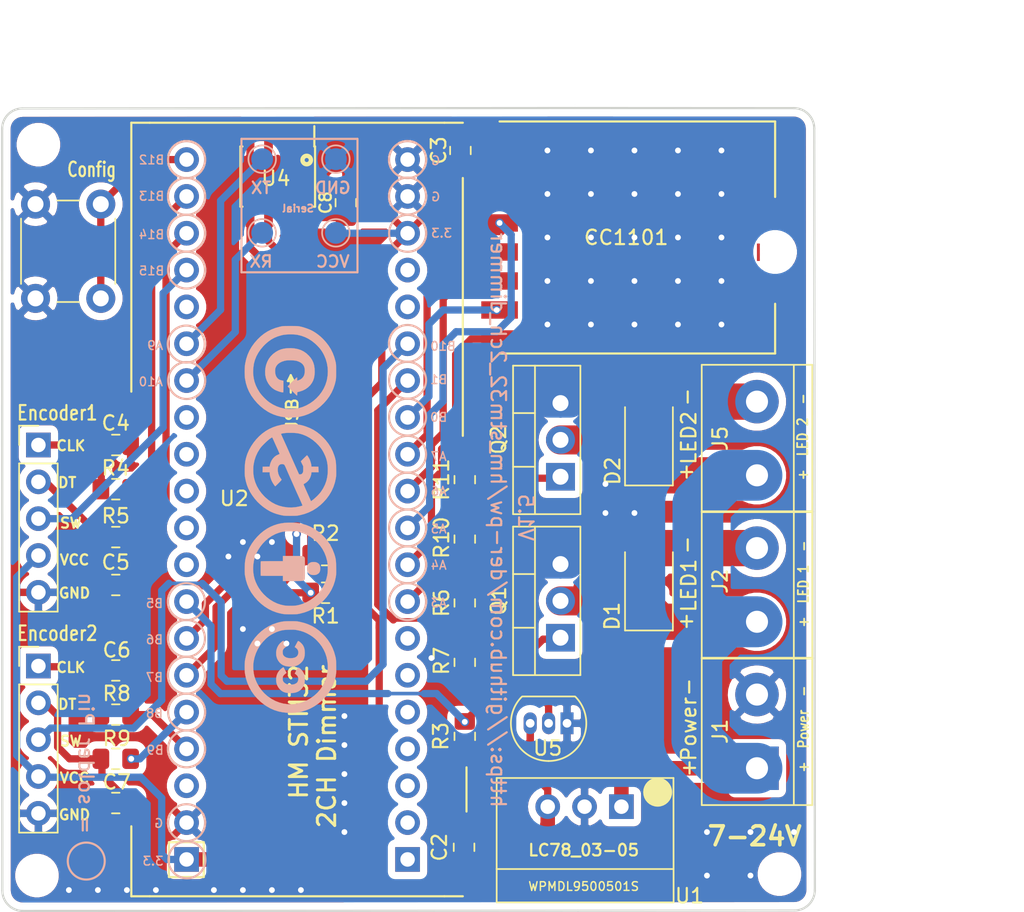
<source format=kicad_pcb>
(kicad_pcb (version 20171130) (host pcbnew "(5.1.4)-1")
  (layers (0 F.Cu signal) (31 B.Cu signal) (34 B.Paste user) (35 F.Paste user) (36 B.SilkS user) (37 F.SilkS user) (38 B.Mask user) (39 F.Mask user) (44 Edge.Cuts user))
  (net 0 "")
  (net 1 GND)
  (net 2 "Net-(C4-Pad1)")
  (net 3 VCC)
  (net 4 "Net-(D1-Pad2)")
  (net 5 /MOSI)
  (net 6 /SCLK)
  (net 7 /MISO)
  (net 8 /GDO0)
  (net 9 /CSN)
  (net 10 /CLK1)
  (net 11 /DT1)
  (net 12 /SW1)
  (net 13 /CLK2)
  (net 14 /DT2)
  (net 15 /SW2)
  (net 16 /SDA)
  (net 17 /SCL)
  (net 18 /1WIRE)
  (net 19 /PWM1)
  (net 20 /PWM2)
  (net 21 "Net-(SW1-Pad2)")
  (net 22 +24V)
  (net 23 "Net-(D2-Pad2)")
  (net 24 "Net-(Q1-Pad1)")
  (net 25 "Net-(Q2-Pad1)")
  (net 26 "Net-(U3-Pad9)")
  (net 27 "Net-(C5-Pad1)")
  (net 28 "Net-(C6-Pad1)")
  (net 29 "Net-(C7-Pad1)")
  (net 30 "Net-(U2-Pad3)")
  (net 31 "Net-(U2-Pad9)")
  (net 32 "Net-(U2-Pad10)")
  (net 33 "Net-(U2-Pad11)")
  (net 34 "Net-(U2-Pad12)")
  (net 35 "Net-(U2-Pad13)")
  (net 36 "Net-(U2-Pad16)")
  (net 37 "Net-(U2-Pad24)")
  (net 38 "Net-(U2-Pad25)")
  (net 39 "Net-(U2-Pad34)")
  (net 40 "Net-(U2-Pad35)")
  (net 41 "Net-(U2-Pad36)")
  (net 42 "Net-(U2-Pad37)")
  (net 43 "Net-(U2-Pad38)")
  (net 44 "Net-(U2-Pad39)")
  (net 45 "Net-(U2-Pad40)")
  (net 46 "Net-(U3-Pad6)")
  (net 47 /RX)
  (net 48 /TX)
  (module Homebrew:LC78_03-05 (layer F.Cu) (at 182.8 116.05 90)
    (fp_text reference U1 (at -6.35 10) (layer F.SilkS))
    (fp_text value LC78_03-05)
    (fp_text user LC78_03-05 (at -3.2 2.7) (layer F.SilkS) (effects (font (size 0.8 0.8))))
    (fp_text user WPMDL9500501S (at -5.7 2.7 180) (layer F.SilkS) (effects (font (size 0.6 0.6) (thickness 0.1))))
    (pad 3 thru_hole oval (at -0.2 0.22 270) (size 1.7 1.7) (drill 1) (layers *.Cu *.Mask) (net 3 VCC))
    (pad 2 thru_hole oval (at -0.2 2.76 270) (size 1.7 1.7) (drill 1) (layers *.Cu *.Mask) (net 1 GND))
    (pad 1 thru_hole rect (at -0.2 5.3 270) (size 1.7 1.7) (drill 1) (layers *.Cu *.Mask) (net 22 +24V))
  )
  (module Package_TO_SOT_THT:TO-220-3_Vertical (layer F.Cu) (at 183.9 93.5 90)
    (fp_text reference Q2 (at 2.54 -4.27 90) (layer F.SilkS))
    (fp_text value IRF3708)
    (pad 3 thru_hole oval (at 5.08 0 90) (size 1.905 2) (drill 1.1) (layers *.Cu *.Mask) (net 1 GND))
    (pad 2 thru_hole oval (at 2.54 0 90) (size 1.905 2) (drill 1.1) (layers *.Cu *.Mask) (net 23 "Net-(D2-Pad2)"))
    (pad 1 thru_hole rect (at 0 0 90) (size 1.905 2) (drill 1.1) (layers *.Cu *.Mask) (net 25 "Net-(Q2-Pad1)"))
  )
  (module Homebrew:STM32F103Generic (layer F.Cu) (at 165.735 104.648 180)
    (fp_text reference U2 (at 4.335 9.648) (layer F.SilkS))
    (fp_text value STM32F103Generic)
    (pad 1 thru_hole rect (at 7.62 -15.24 180) (size 1.7 1.7) (drill 1) (layers *.Cu *.Mask) (net 3 VCC))
    (pad 2 thru_hole circle (at 7.62 -12.7 180) (size 1.7 1.7) (drill 1) (layers *.Cu *.Mask) (net 1 GND))
    (pad 3 thru_hole circle (at 7.62 -10.16 180) (size 1.7 1.7) (drill 1) (layers *.Cu *.Mask) (net 30 "Net-(U2-Pad3)"))
    (pad 4 thru_hole circle (at 7.62 -7.62 180) (size 1.7 1.7) (drill 1) (layers *.Cu *.Mask) (net 13 /CLK2))
    (pad 5 thru_hole circle (at 7.62 -5.08 180) (size 1.7 1.7) (drill 1) (layers *.Cu *.Mask) (net 14 /DT2))
    (pad 6 thru_hole circle (at 7.62 -2.54 180) (size 1.7 1.7) (drill 1) (layers *.Cu *.Mask) (net 16 /SDA))
    (pad 7 thru_hole circle (at 7.62 0 180) (size 1.7 1.7) (drill 1) (layers *.Cu *.Mask) (net 17 /SCL))
    (pad 8 thru_hole circle (at 7.62 2.54 180) (size 1.7 1.7) (drill 1) (layers *.Cu *.Mask) (net 18 /1WIRE))
    (pad 9 thru_hole circle (at 7.62 5.08 180) (size 1.7 1.7) (drill 1) (layers *.Cu *.Mask) (net 31 "Net-(U2-Pad9)"))
    (pad 10 thru_hole circle (at 7.62 7.62 180) (size 1.7 1.7) (drill 1) (layers *.Cu *.Mask) (net 32 "Net-(U2-Pad10)"))
    (pad 11 thru_hole circle (at 7.62 10.16 180) (size 1.7 1.7) (drill 1) (layers *.Cu *.Mask) (net 33 "Net-(U2-Pad11)"))
    (pad 12 thru_hole circle (at 7.62 12.7 180) (size 1.7 1.7) (drill 1) (layers *.Cu *.Mask) (net 34 "Net-(U2-Pad12)"))
    (pad 13 thru_hole circle (at 7.62 15.24 180) (size 1.7 1.7) (drill 1) (layers *.Cu *.Mask) (net 35 "Net-(U2-Pad13)"))
    (pad 14 thru_hole circle (at 7.62 17.78 180) (size 1.7 1.7) (drill 1) (layers *.Cu *.Mask) (net 47 /RX))
    (pad 15 thru_hole circle (at 7.62 20.32 180) (size 1.7 1.7) (drill 1) (layers *.Cu *.Mask) (net 48 /TX))
    (pad 16 thru_hole circle (at 7.62 22.86 180) (size 1.7 1.7) (drill 1) (layers *.Cu *.Mask) (net 36 "Net-(U2-Pad16)"))
    (pad 17 thru_hole circle (at 7.62 25.4 180) (size 1.7 1.7) (drill 1) (layers *.Cu *.Mask) (net 12 /SW1))
    (pad 18 thru_hole circle (at 7.62 27.94 180) (size 1.7 1.7) (drill 1) (layers *.Cu *.Mask) (net 11 /DT1))
    (pad 19 thru_hole circle (at 7.62 30.48 180) (size 1.7 1.7) (drill 1) (layers *.Cu *.Mask) (net 10 /CLK1))
    (pad 20 thru_hole circle (at 7.62 33.02 180) (size 1.7 1.7) (drill 1) (layers *.Cu *.Mask) (net 21 "Net-(SW1-Pad2)"))
    (pad 21 thru_hole circle (at -7.62 33.02 180) (size 1.7 1.7) (drill 1) (layers *.Cu *.Mask) (net 1 GND))
    (pad 22 thru_hole circle (at -7.62 30.48 180) (size 1.7 1.7) (drill 1) (layers *.Cu *.Mask) (net 1 GND))
    (pad 23 thru_hole circle (at -7.62 27.94 180) (size 1.7 1.7) (drill 1) (layers *.Cu *.Mask) (net 3 VCC))
    (pad 24 thru_hole circle (at -7.62 25.4 180) (size 1.7 1.7) (drill 1) (layers *.Cu *.Mask) (net 37 "Net-(U2-Pad24)"))
    (pad 25 thru_hole circle (at -7.62 22.86 180) (size 1.7 1.7) (drill 1) (layers *.Cu *.Mask) (net 38 "Net-(U2-Pad25)"))
    (pad 26 thru_hole circle (at -7.62 20.32 180) (size 1.7 1.7) (drill 1) (layers *.Cu *.Mask) (net 15 /SW2))
    (pad 27 thru_hole circle (at -7.62 17.78 180) (size 1.7 1.7) (drill 1) (layers *.Cu *.Mask) (net 19 /PWM1))
    (pad 28 thru_hole circle (at -7.62 15.24 180) (size 1.7 1.7) (drill 1) (layers *.Cu *.Mask) (net 8 /GDO0))
    (pad 29 thru_hole circle (at -7.62 12.7 180) (size 1.7 1.7) (drill 1) (layers *.Cu *.Mask) (net 5 /MOSI))
    (pad 30 thru_hole circle (at -7.62 10.16 180) (size 1.7 1.7) (drill 1) (layers *.Cu *.Mask) (net 7 /MISO))
    (pad 31 thru_hole circle (at -7.62 7.62 180) (size 1.7 1.7) (drill 1) (layers *.Cu *.Mask) (net 6 /SCLK))
    (pad 32 thru_hole circle (at -7.62 5.08 180) (size 1.7 1.7) (drill 1) (layers *.Cu *.Mask) (net 9 /CSN))
    (pad 33 thru_hole circle (at -7.62 2.54 180) (size 1.7 1.7) (drill 1) (layers *.Cu *.Mask) (net 20 /PWM2))
    (pad 34 thru_hole circle (at -7.62 0 180) (size 1.7 1.7) (drill 1) (layers *.Cu *.Mask) (net 39 "Net-(U2-Pad34)"))
    (pad 35 thru_hole circle (at -7.62 -2.54 180) (size 1.7 1.7) (drill 1) (layers *.Cu *.Mask) (net 40 "Net-(U2-Pad35)"))
    (pad 36 thru_hole circle (at -7.62 -5.08 180) (size 1.7 1.7) (drill 1) (layers *.Cu *.Mask) (net 41 "Net-(U2-Pad36)"))
    (pad 37 thru_hole circle (at -7.62 -7.62 180) (size 1.7 1.7) (drill 1) (layers *.Cu *.Mask) (net 42 "Net-(U2-Pad37)"))
    (pad 38 thru_hole circle (at -7.62 -10.16 180) (size 1.7 1.7) (drill 1) (layers *.Cu *.Mask) (net 43 "Net-(U2-Pad38)"))
    (pad 39 thru_hole circle (at -7.62 -12.7 180) (size 1.7 1.7) (drill 1) (layers *.Cu *.Mask) (net 44 "Net-(U2-Pad39)"))
    (pad 40 thru_hole rect (at -7.62 -15.24 180) (size 1.7 1.7) (drill 1) (layers *.Cu *.Mask) (net 45 "Net-(U2-Pad40)"))
  )
  (module TestPoint:TestPoint_Pad_D1.5mm (layer B.Cu) (at 168.4102 76.6788)
    (fp_text reference TP1 hide)
    (fp_text value TestPoint)
    (pad 1 smd circle (at 0 0) (size 1.5 1.5) (layers B.Cu B.Mask) (net 3 VCC))
  )
  (module TestPoint:TestPoint_Pad_D1.5mm (layer B.Cu) (at 163.3302 71.5988)
    (fp_text reference TP3 hide)
    (fp_text value TestPoint)
    (pad 1 smd circle (at 0 0) (size 1.5 1.5) (layers B.Cu B.Mask) (net 48 /TX))
  )
  (module TestPoint:TestPoint_Pad_D1.5mm (layer B.Cu) (at 163.3302 76.6788)
    (fp_text reference TP2 hide)
    (fp_text value TestPoint)
    (pad 1 smd circle (at 0 0) (size 1.5 1.5) (layers B.Cu B.Mask) (net 47 /RX))
  )
  (module TestPoint:TestPoint_Pad_D1.5mm (layer B.Cu) (at 168.4102 71.5988)
    (fp_text reference TP4 hide)
    (fp_text value TestPoint)
    (pad 1 smd circle (at 0 0) (size 1.5 1.5) (layers B.Cu B.Mask) (net 1 GND))
  )
  (module Homebrew:CC1101_Module (layer F.Cu) (at 189.7 77 270)
    (fp_text reference U3 hide)
    (fp_text value CC1101 (at 0 1.27) (layer F.SilkS))
    (pad 1 smd rect (at -7 10 270) (size 1.2 2.524) (layers F.Cu F.Paste F.Mask) (net 3 VCC))
    (pad 2 smd rect (at -5 10 270) (size 1.2 2.524) (layers F.Cu F.Paste F.Mask) (net 1 GND))
    (pad 3 smd rect (at -3 10 270) (size 1.2 2.524) (layers F.Cu F.Paste F.Mask) (net 5 /MOSI))
    (pad 4 smd rect (at -1 10 270) (size 1.2 2.524) (layers F.Cu F.Paste F.Mask) (net 6 /SCLK))
    (pad 5 smd rect (at 1 10 270) (size 1.2 2.524) (layers F.Cu F.Paste F.Mask) (net 7 /MISO))
    (pad 6 smd rect (at 3 10 270) (size 1.2 2.524) (layers F.Cu F.Paste F.Mask) (net 46 "Net-(U3-Pad6)"))
    (pad 7 smd rect (at 5 10 270) (size 1.2 2.524) (layers F.Cu F.Paste F.Mask) (net 8 /GDO0))
    (pad 8 smd rect (at 7 10 270) (size 1.2 2.524) (layers F.Cu F.Paste F.Mask) (net 9 /CSN))
    (pad 10 smd rect (at -1.2 -9 270) (size 1.2 2.524) (layers F.Cu F.Paste F.Mask) (net 1 GND))
    (pad 11 smd rect (at 3.2 -9 270) (size 1.2 2.524) (layers F.Cu F.Paste F.Mask) (net 1 GND))
    (pad 9 smd rect (at 1.01854 -7.84606 270) (size 1.2 0.2) (layers F.Cu F.Paste F.Mask) (net 26 "Net-(U3-Pad9)"))
  )
  (module Homebrew:CC_BY_NC_SA_40_26mm (layer B.Cu) (at 165.286 96.44 90)
    (fp_text reference G*** hide)
    (fp_text value LOGO hide)
  )
  (module MountingHole:MountingHole_2.1mm (layer F.Cu) (at 198.7 78)
    (fp_text reference REF** hide)
    (fp_text value MountingHole_2mm)
    (pad "" np_thru_hole circle (at 0 0) (size 2 2) (drill 2) (layers *.Cu *.Mask))
  )
  (module MountingHole:MountingHole_2.5mm (layer F.Cu) (at 199 120.9)
    (fp_text reference REF** hide)
    (fp_text value MountingHole_2mm hide)
    (pad "" np_thru_hole circle (at 0 0) (size 2 2) (drill 2) (layers *.Cu *.Mask))
  )
  (module MountingHole:MountingHole_2.5mm (layer F.Cu) (at 147.9 70.6)
    (fp_text reference REF** hide)
    (fp_text value MountingHole_2mm hide)
    (pad "" np_thru_hole circle (at 0 0) (size 2 2) (drill 2) (layers *.Cu *.Mask))
  )
  (module MountingHole:MountingHole_2.5mm (layer F.Cu) (at 147.8 121)
    (fp_text reference REF** hide)
    (fp_text value MountingHole_2mm hide)
    (pad "" np_thru_hole circle (at 0 0) (size 2 2) (drill 2) (layers *.Cu *.Mask))
  )
  (module Terminal_Blocks:TerminalBlock_bornier-2_P5.08mm (layer F.Cu) (at 197.45 103.5 90)
    (fp_text reference J2 (at 2.794 -2.54 90) (layer F.SilkS))
    (fp_text value LED1 (at 2.5 -4.7 90) (layer F.SilkS))
    (pad 1 thru_hole circle (at 0 0 90) (size 3 3) (drill 1.52) (layers *.Cu *.Mask) (net 22 +24V))
    (pad 2 thru_hole circle (at 5.08 0 90) (size 3 3) (drill 1.52) (layers *.Cu *.Mask) (net 4 "Net-(D1-Pad2)"))
  )
  (module Terminal_Blocks:TerminalBlock_bornier-2_P5.08mm (layer F.Cu) (at 197.45 93.4 90)
    (fp_text reference J5 (at 2.54 -2.54 90) (layer F.SilkS))
    (fp_text value LED2 (at 2.58 -4.7 90) (layer F.SilkS))
    (pad 1 thru_hole circle (at 0 0 90) (size 3 3) (drill 1.52) (layers *.Cu *.Mask) (net 22 +24V))
    (pad 2 thru_hole circle (at 5.08 0 90) (size 3 3) (drill 1.52) (layers *.Cu *.Mask) (net 23 "Net-(D2-Pad2)"))
  )
  (module Capacitor_SMD:C_0805_2012Metric_Pad1.15x1.40mm_HandSolder (layer F.Cu) (at 169.1 74.6 90)
    (fp_text reference C8 (at 0 -1.4 90) (layer F.SilkS) (effects (font (size 0.8 0.8))))
    (fp_text value 100n)
    (pad 2 smd roundrect (at 1.025 0 90) (size 1.15 1.4) (layers F.Cu F.Paste F.Mask) (roundrect_rratio 0.217391) (net 1 GND))
    (pad 1 smd roundrect (at -1.025 0 90) (size 1.15 1.4) (layers F.Cu F.Paste F.Mask) (roundrect_rratio 0.217391) (net 3 VCC))
  )
  (module Package_TO_SOT_THT:TO-220-3_Vertical (layer F.Cu) (at 183.9 104.6 90)
    (fp_text reference Q1 (at 2.54 -4.27 90) (layer F.SilkS))
    (fp_text value IRF3708)
    (pad 3 thru_hole oval (at 5.08 0 90) (size 1.905 2) (drill 1.1) (layers *.Cu *.Mask) (net 1 GND))
    (pad 2 thru_hole oval (at 2.54 0 90) (size 1.905 2) (drill 1.1) (layers *.Cu *.Mask) (net 4 "Net-(D1-Pad2)"))
    (pad 1 thru_hole rect (at 0 0 90) (size 1.905 2) (drill 1.1) (layers *.Cu *.Mask) (net 24 "Net-(Q1-Pad1)"))
  )
  (module Capacitor_SMD:C_0805_2012Metric_Pad1.15x1.40mm_HandSolder (layer F.Cu) (at 177 71 270)
    (fp_text reference C3 (at 0 1.5 90) (layer F.SilkS))
    (fp_text value 100n)
    (pad 2 smd roundrect (at 1.025 0 270) (size 1.15 1.4) (layers F.Cu F.Paste F.Mask) (roundrect_rratio 0.217391) (net 1 GND))
    (pad 1 smd roundrect (at -1.025 0 270) (size 1.15 1.4) (layers F.Cu F.Paste F.Mask) (roundrect_rratio 0.217391) (net 3 VCC))
  )
  (module Button_Switch_THT:SW_PUSH_6mm_H4.3mm (layer F.Cu) (at 147.7 81.2 90)
    (fp_text reference SW1 hide)
    (fp_text value Config (at 8.89 3.87) (layer F.SilkS) (effects (font (size 1 0.7))))
    (pad 1 thru_hole circle (at 6.5 0 180) (size 2 2) (drill 1.1) (layers *.Cu *.Mask) (net 1 GND))
    (pad 2 thru_hole circle (at 6.5 4.5 180) (size 2 2) (drill 1.1) (layers *.Cu *.Mask) (net 21 "Net-(SW1-Pad2)"))
    (pad 1 thru_hole circle (at 0 0 180) (size 2 2) (drill 1.1) (layers *.Cu *.Mask) (net 1 GND))
    (pad 2 thru_hole circle (at 0 4.5 180) (size 2 2) (drill 1.1) (layers *.Cu *.Mask) (net 21 "Net-(SW1-Pad2)"))
  )
  (module Capacitor_SMD:C_0805_2012Metric_Pad1.15x1.40mm_HandSolder (layer F.Cu) (at 177.25 119.05 90)
    (fp_text reference C2 (at 0 -1.7 90) (layer F.SilkS))
    (fp_text value 22µ)
    (pad 1 smd roundrect (at -1.025 0 90) (size 1.15 1.4) (layers F.Cu F.Paste F.Mask) (roundrect_rratio 0.217391) (net 3 VCC))
    (pad 2 smd roundrect (at 1.025 0 90) (size 1.15 1.4) (layers F.Cu F.Paste F.Mask) (roundrect_rratio 0.217391) (net 1 GND))
  )
  (module Terminal_Blocks:TerminalBlock_bornier-2_P5.08mm (layer F.Cu) (at 197.45 113.6 90)
    (fp_text reference J1 (at 2.54 -2.54 90) (layer F.SilkS))
    (fp_text value Power (at 2.7 -4.7 90) (layer F.SilkS))
    (pad 1 thru_hole rect (at 0 0 90) (size 3 3) (drill 1.52) (layers *.Cu *.Mask) (net 22 +24V))
    (pad 2 thru_hole circle (at 5.08 0 90) (size 3 3) (drill 1.52) (layers *.Cu *.Mask) (net 1 GND))
  )
  (module Diodes_SMD:D_SMA (layer F.Cu) (at 190 90.7 90)
    (fp_text reference D2 (at -2.4 -2.5 90) (layer F.SilkS))
    (fp_text value SS14)
    (pad 1 smd rect (at -2 0 90) (size 2.5 1.8) (layers F.Cu F.Paste F.Mask) (net 22 +24V))
    (pad 2 smd rect (at 2 0 90) (size 2.5 1.8) (layers F.Cu F.Paste F.Mask) (net 23 "Net-(D2-Pad2)"))
  )
  (module Resistor_SMD:R_0805_2012Metric_Pad1.15x1.40mm_HandSolder (layer F.Cu) (at 167.7 101.5 180)
    (fp_text reference R1 (at 0 -1.6 180) (layer F.SilkS))
    (fp_text value 4k7)
    (pad 2 smd roundrect (at 1.025 0 180) (size 1.15 1.4) (layers F.Cu F.Paste F.Mask) (roundrect_rratio 0.217391) (net 16 /SDA))
    (pad 1 smd roundrect (at -1.025 0 180) (size 1.15 1.4) (layers F.Cu F.Paste F.Mask) (roundrect_rratio 0.217391) (net 3 VCC))
  )
  (module Resistor_SMD:R_0805_2012Metric_Pad1.15x1.40mm_HandSolder (layer F.Cu) (at 167.7 98.9 180)
    (fp_text reference R2 (at 0 1.5) (layer F.SilkS))
    (fp_text value 4k7)
    (pad 1 smd roundrect (at -1.025 0 180) (size 1.15 1.4) (layers F.Cu F.Paste F.Mask) (roundrect_rratio 0.217391) (net 3 VCC))
    (pad 2 smd roundrect (at 1.025 0 180) (size 1.15 1.4) (layers F.Cu F.Paste F.Mask) (roundrect_rratio 0.217391) (net 17 /SCL))
  )
  (module Resistor_SMD:R_0805_2012Metric_Pad1.15x1.40mm_HandSolder (layer F.Cu) (at 177.3 111.4 90)
    (fp_text reference R3 (at 0 -1.65 90) (layer F.SilkS))
    (fp_text value 4k7)
    (pad 1 smd roundrect (at -1.025 0 90) (size 1.15 1.4) (layers F.Cu F.Paste F.Mask) (roundrect_rratio 0.217391) (net 3 VCC))
    (pad 2 smd roundrect (at 1.025 0 90) (size 1.15 1.4) (layers F.Cu F.Paste F.Mask) (roundrect_rratio 0.217391) (net 18 /1WIRE))
  )
  (module Housings_SOIC:SOIC-8_3.9x4.9mm_Pitch1.27mm (layer F.Cu) (at 164.4 72.8 270)
    (fp_text reference U4 (at 0.127 0.127) (layer F.SilkS))
    (fp_text value AT24CS32)
    (pad 1 smd rect (at -2.7 -1.905 270) (size 1.55 0.6) (layers F.Cu F.Paste F.Mask) (net 1 GND))
    (pad 2 smd rect (at -2.7 -0.635 270) (size 1.55 0.6) (layers F.Cu F.Paste F.Mask) (net 1 GND))
    (pad 3 smd rect (at -2.7 0.635 270) (size 1.55 0.6) (layers F.Cu F.Paste F.Mask) (net 1 GND))
    (pad 4 smd rect (at -2.7 1.905 270) (size 1.55 0.6) (layers F.Cu F.Paste F.Mask) (net 1 GND))
    (pad 5 smd rect (at 2.7 1.905 270) (size 1.55 0.6) (layers F.Cu F.Paste F.Mask) (net 16 /SDA))
    (pad 6 smd rect (at 2.7 0.635 270) (size 1.55 0.6) (layers F.Cu F.Paste F.Mask) (net 17 /SCL))
    (pad 7 smd rect (at 2.7 -0.635 270) (size 1.55 0.6) (layers F.Cu F.Paste F.Mask) (net 1 GND))
    (pad 8 smd rect (at 2.7 -1.905 270) (size 1.55 0.6) (layers F.Cu F.Paste F.Mask) (net 3 VCC))
  )
  (module Diodes_SMD:D_SMA (layer F.Cu) (at 190 100.7 90)
    (fp_text reference D1 (at -2.413 -2.54 90) (layer F.SilkS))
    (fp_text value SS14)
    (pad 1 smd rect (at -2 0 90) (size 2.5 1.8) (layers F.Cu F.Paste F.Mask) (net 22 +24V))
    (pad 2 smd rect (at 2 0 90) (size 2.5 1.8) (layers F.Cu F.Paste F.Mask) (net 4 "Net-(D1-Pad2)"))
  )
  (module Pin_Headers:Pin_Header_Straight_1x05_Pitch2.54mm (layer F.Cu) (at 147.898 91.31)
    (fp_text reference J3 hide)
    (fp_text value Encoder1 (at 1.302 -2.21) (layer F.SilkS) (effects (font (size 1 0.8))))
    (pad 1 thru_hole rect (at 0 0) (size 1.7 1.7) (drill 1) (layers *.Cu *.Mask) (net 2 "Net-(C4-Pad1)"))
    (pad 2 thru_hole oval (at 0 2.54) (size 1.7 1.7) (drill 1) (layers *.Cu *.Mask) (net 27 "Net-(C5-Pad1)"))
    (pad 3 thru_hole oval (at 0 5.08) (size 1.7 1.7) (drill 1) (layers *.Cu *.Mask) (net 12 /SW1))
    (pad 4 thru_hole oval (at 0 7.62) (size 1.7 1.7) (drill 1) (layers *.Cu *.Mask) (net 3 VCC))
    (pad 5 thru_hole oval (at 0 10.16) (size 1.7 1.7) (drill 1) (layers *.Cu *.Mask) (net 1 GND))
  )
  (module Pin_Headers:Pin_Header_Straight_1x05_Pitch2.54mm (layer F.Cu) (at 147.898 106.55)
    (fp_text reference J4 hide)
    (fp_text value Encoder2 (at 1.302 -2.25 180) (layer F.SilkS) (effects (font (size 1 0.8))))
    (pad 1 thru_hole rect (at 0 0) (size 1.7 1.7) (drill 1) (layers *.Cu *.Mask) (net 28 "Net-(C6-Pad1)"))
    (pad 2 thru_hole oval (at 0 2.54) (size 1.7 1.7) (drill 1) (layers *.Cu *.Mask) (net 29 "Net-(C7-Pad1)"))
    (pad 3 thru_hole oval (at 0 5.08) (size 1.7 1.7) (drill 1) (layers *.Cu *.Mask) (net 15 /SW2))
    (pad 4 thru_hole oval (at 0 7.62) (size 1.7 1.7) (drill 1) (layers *.Cu *.Mask) (net 3 VCC))
    (pad 5 thru_hole oval (at 0 10.16) (size 1.7 1.7) (drill 1) (layers *.Cu *.Mask) (net 1 GND))
  )
  (module TO_SOT_Packages_THT:TO-92_Inline_Narrow_Oval (layer F.Cu) (at 184.35 110.5 180)
    (fp_text reference U5 (at 1.3335 -1.7145 180) (layer F.SilkS))
    (fp_text value DS18B20)
    (pad 2 thru_hole oval (at 1.27 0) (size 0.9 1.5) (drill 0.6) (layers *.Cu *.Mask) (net 18 /1WIRE))
    (pad 3 thru_hole oval (at 2.54 0) (size 0.9 1.5) (drill 0.6) (layers *.Cu *.Mask) (net 3 VCC))
    (pad 1 thru_hole rect (at 0 0) (size 0.9 1.5) (drill 0.6) (layers *.Cu *.Mask) (net 1 GND))
  )
  (module Capacitor_SMD:C_0805_2012Metric_Pad1.15x1.40mm_HandSolder (layer F.Cu) (at 153.232 91.31)
    (fp_text reference C4 (at -0.002 -1.51) (layer F.SilkS))
    (fp_text value 100n)
    (pad 1 smd roundrect (at -1.025 0) (size 1.15 1.4) (layers F.Cu F.Paste F.Mask) (roundrect_rratio 0.217391) (net 2 "Net-(C4-Pad1)"))
    (pad 2 smd roundrect (at 1.025 0) (size 1.15 1.4) (layers F.Cu F.Paste F.Mask) (roundrect_rratio 0.217391) (net 1 GND))
  )
  (module Capacitor_SMD:C_0805_2012Metric_Pad1.15x1.40mm_HandSolder (layer F.Cu) (at 153.232 106.854)
    (fp_text reference C6 (at 0.068 -1.404) (layer F.SilkS))
    (fp_text value 100n)
    (pad 1 smd roundrect (at -1.025 0) (size 1.15 1.4) (layers F.Cu F.Paste F.Mask) (roundrect_rratio 0.217391) (net 28 "Net-(C6-Pad1)"))
    (pad 2 smd roundrect (at 1.025 0) (size 1.15 1.4) (layers F.Cu F.Paste F.Mask) (roundrect_rratio 0.217391) (net 1 GND))
  )
  (module Capacitor_SMD:C_0805_2012Metric_Pad1.15x1.40mm_HandSolder (layer F.Cu) (at 153.232 100.962 180)
    (fp_text reference C5 (at 0.002 1.562) (layer F.SilkS))
    (fp_text value 100n)
    (pad 2 smd roundrect (at 1.025 0 180) (size 1.15 1.4) (layers F.Cu F.Paste F.Mask) (roundrect_rratio 0.217391) (net 1 GND))
    (pad 1 smd roundrect (at -1.025 0 180) (size 1.15 1.4) (layers F.Cu F.Paste F.Mask) (roundrect_rratio 0.217391) (net 27 "Net-(C5-Pad1)"))
  )
  (module Capacitor_SMD:C_0805_2012Metric_Pad1.15x1.40mm_HandSolder (layer F.Cu) (at 153.232 115.998 180)
    (fp_text reference C7 (at -0.068 1.448) (layer F.SilkS))
    (fp_text value 100n)
    (pad 2 smd roundrect (at 1.025 0 180) (size 1.15 1.4) (layers F.Cu F.Paste F.Mask) (roundrect_rratio 0.217391) (net 1 GND))
    (pad 1 smd roundrect (at -1.025 0 180) (size 1.15 1.4) (layers F.Cu F.Paste F.Mask) (roundrect_rratio 0.217391) (net 29 "Net-(C7-Pad1)"))
  )
  (module Resistor_SMD:R_0805_2012Metric_Pad1.15x1.40mm_HandSolder (layer F.Cu) (at 153.232 94.358 180)
    (fp_text reference R4 (at 0.002 1.458) (layer F.SilkS))
    (fp_text value 10k)
    (pad 1 smd roundrect (at -1.025 0 180) (size 1.15 1.4) (layers F.Cu F.Paste F.Mask) (roundrect_rratio 0.217391) (net 10 /CLK1))
    (pad 2 smd roundrect (at 1.025 0 180) (size 1.15 1.4) (layers F.Cu F.Paste F.Mask) (roundrect_rratio 0.217391) (net 2 "Net-(C4-Pad1)"))
  )
  (module Resistor_SMD:R_0805_2012Metric_Pad1.15x1.40mm_HandSolder (layer F.Cu) (at 153.232 97.66 180)
    (fp_text reference R5 (at 0.002 1.46) (layer F.SilkS))
    (fp_text value 10k)
    (pad 2 smd roundrect (at 1.025 0 180) (size 1.15 1.4) (layers F.Cu F.Paste F.Mask) (roundrect_rratio 0.217391) (net 27 "Net-(C5-Pad1)"))
    (pad 1 smd roundrect (at -1.025 0 180) (size 1.15 1.4) (layers F.Cu F.Paste F.Mask) (roundrect_rratio 0.217391) (net 11 /DT1))
  )
  (module Resistor_SMD:R_0805_2012Metric_Pad1.15x1.40mm_HandSolder (layer F.Cu) (at 153.232 109.902 180)
    (fp_text reference R8 (at -0.068 1.452) (layer F.SilkS))
    (fp_text value 10k)
    (pad 1 smd roundrect (at -1.025 0 180) (size 1.15 1.4) (layers F.Cu F.Paste F.Mask) (roundrect_rratio 0.217391) (net 13 /CLK2))
    (pad 2 smd roundrect (at 1.025 0 180) (size 1.15 1.4) (layers F.Cu F.Paste F.Mask) (roundrect_rratio 0.217391) (net 28 "Net-(C6-Pad1)"))
  )
  (module Resistor_SMD:R_0805_2012Metric_Pad1.15x1.40mm_HandSolder (layer F.Cu) (at 153.232 112.95 180)
    (fp_text reference R9 (at -0.068 1.4) (layer F.SilkS))
    (fp_text value 10k)
    (pad 2 smd roundrect (at 1.025 0 180) (size 1.15 1.4) (layers F.Cu F.Paste F.Mask) (roundrect_rratio 0.217391) (net 29 "Net-(C7-Pad1)"))
    (pad 1 smd roundrect (at -1.025 0 180) (size 1.15 1.4) (layers F.Cu F.Paste F.Mask) (roundrect_rratio 0.217391) (net 14 /DT2))
  )
  (module Resistor_SMD:R_0805_2012Metric_Pad1.15x1.40mm_HandSolder (layer F.Cu) (at 177.3 102.2 90)
    (fp_text reference R6 (at 0 -1.6 90) (layer F.SilkS))
    (fp_text value 100R)
    (pad 2 smd roundrect (at 1.025 0 90) (size 1.15 1.4) (layers F.Cu F.Paste F.Mask) (roundrect_rratio 0.217391) (net 19 /PWM1))
    (pad 1 smd roundrect (at -1.025 0 90) (size 1.15 1.4) (layers F.Cu F.Paste F.Mask) (roundrect_rratio 0.217391) (net 24 "Net-(Q1-Pad1)"))
  )
  (module Resistor_SMD:R_0805_2012Metric_Pad1.15x1.40mm_HandSolder (layer F.Cu) (at 177.3 106.3 90)
    (fp_text reference R7 (at 0.1 -1.6 90) (layer F.SilkS))
    (fp_text value 100k)
    (pad 1 smd roundrect (at -1.025 0 90) (size 1.15 1.4) (layers F.Cu F.Paste F.Mask) (roundrect_rratio 0.217391) (net 1 GND))
    (pad 2 smd roundrect (at 1.025 0 90) (size 1.15 1.4) (layers F.Cu F.Paste F.Mask) (roundrect_rratio 0.217391) (net 24 "Net-(Q1-Pad1)"))
  )
  (module Resistor_SMD:R_0805_2012Metric_Pad1.15x1.40mm_HandSolder (layer F.Cu) (at 177.3 97.8 270)
    (fp_text reference R10 (at -0.1 1.6 90) (layer F.SilkS))
    (fp_text value 100R)
    (pad 2 smd roundrect (at 1.025 0 270) (size 1.15 1.4) (layers F.Cu F.Paste F.Mask) (roundrect_rratio 0.217391) (net 20 /PWM2))
    (pad 1 smd roundrect (at -1.025 0 270) (size 1.15 1.4) (layers F.Cu F.Paste F.Mask) (roundrect_rratio 0.217391) (net 25 "Net-(Q2-Pad1)"))
  )
  (module Resistor_SMD:R_0805_2012Metric_Pad1.15x1.40mm_HandSolder (layer F.Cu) (at 177.3 93.7 270)
    (fp_text reference R11 (at 0 1.6 90) (layer F.SilkS))
    (fp_text value 100k)
    (pad 1 smd roundrect (at -1.025 0 270) (size 1.15 1.4) (layers F.Cu F.Paste F.Mask) (roundrect_rratio 0.217391) (net 1 GND))
    (pad 2 smd roundrect (at 1.025 0 270) (size 1.15 1.4) (layers F.Cu F.Paste F.Mask) (roundrect_rratio 0.217391) (net 25 "Net-(Q2-Pad1)"))
  )
  (gr_line (start 165.5 86.9) (end 165.3 86.5) (layer F.SilkS) (width 0.15))
  (gr_line (start 165.1 86.9) (end 165.5 86.9) (layer F.SilkS) (width 0.15))
  (gr_line (start 165.3 86.5) (end 165.1 86.9) (layer F.SilkS) (width 0.15))
  (gr_line (start 165.3 87.7) (end 165.3 86.5) (layer F.SilkS) (width 0.15))
  (gr_text "USB\n" (at 165.4 89.3 90) (layer F.SilkS) (effects (font (size 0.8 0.8))))
  (gr_text "A3\n" (at 175.5 102.2) (layer B.SilkS) (effects (font (size 0.6 0.6) (thickness 0.1)) (justify mirror)))
  (gr_text "A4\n" (at 175.5 99.6) (layer B.SilkS) (effects (font (size 0.6 0.6) (thickness 0.1)) (justify mirror)))
  (gr_text "A5\n" (at 175.5 97.1) (layer B.SilkS) (effects (font (size 0.6 0.6) (thickness 0.1)) (justify mirror)))
  (gr_text A6 (at 175.5 94.5) (layer B.SilkS) (effects (font (size 0.6 0.6) (thickness 0.1)) (justify mirror)))
  (gr_text A7 (at 175.5 92.1) (layer B.SilkS) (effects (font (size 0.6 0.6) (thickness 0.1)) (justify mirror)))
  (gr_text B0 (at 175.5 89.4) (layer B.SilkS) (effects (font (size 0.6 0.6) (thickness 0.1)) (justify mirror)))
  (gr_text B1 (at 175.5 86.8) (layer B.SilkS) (effects (font (size 0.6 0.6) (thickness 0.1)) (justify mirror)))
  (gr_text B10 (at 175.8 84.5) (layer B.SilkS) (effects (font (size 0.6 0.6) (thickness 0.1)) (justify mirror)))
  (gr_text 3.3 (at 175.7 76.7) (layer B.SilkS) (effects (font (size 0.6 0.6) (thickness 0.1)) (justify mirror)))
  (gr_text G (at 175.3 74.2) (layer B.SilkS) (effects (font (size 0.6 0.6) (thickness 0.1)) (justify mirror)))
  (gr_text G (at 175.3 71.7) (layer B.SilkS) (effects (font (size 0.6 0.6) (thickness 0.1)) (justify mirror)))
  (gr_text "B5\n\n\n" (at 155.9 103.2) (layer B.SilkS) (effects (font (size 0.6 0.6) (thickness 0.1)) (justify mirror)))
  (gr_text "B6\n\n\n" (at 155.9 105.7) (layer B.SilkS) (effects (font (size 0.6 0.6) (thickness 0.1)) (justify mirror)))
  (gr_text "B7\n\n\n" (at 155.9 108.3) (layer B.SilkS) (effects (font (size 0.6 0.6) (thickness 0.1)) (justify mirror)))
  (gr_text "B8\n\n" (at 155.9 110.3) (layer B.SilkS) (effects (font (size 0.6 0.6) (thickness 0.1)) (justify mirror)))
  (gr_text "B9\n" (at 155.95 112.35) (layer B.SilkS) (effects (font (size 0.6 0.6) (thickness 0.1)) (justify mirror)))
  (gr_text G (at 156.2 117.4) (layer B.SilkS) (effects (font (size 0.6 0.6) (thickness 0.1)) (justify mirror)))
  (gr_text 3.3 (at 155.8 120) (layer B.SilkS) (effects (font (size 0.6 0.6) (thickness 0.1)) (justify mirror)))
  (gr_text A10 (at 155.65 86.95) (layer B.SilkS) (effects (font (size 0.6 0.6) (thickness 0.1)) (justify mirror)))
  (gr_text A9 (at 155.95 84.45) (layer B.SilkS) (effects (font (size 0.6 0.6) (thickness 0.1)) (justify mirror)))
  (gr_text B15 (at 155.7 79.3) (layer B.SilkS) (effects (font (size 0.6 0.6) (thickness 0.1)) (justify mirror)))
  (gr_text B14 (at 155.7 76.8) (layer B.SilkS) (effects (font (size 0.6 0.6) (thickness 0.1)) (justify mirror)))
  (gr_text "B13\n" (at 155.7 74.15) (layer B.SilkS) (effects (font (size 0.6 0.6) (thickness 0.1)) (justify mirror)))
  (gr_text B12 (at 155.7 71.65) (layer B.SilkS) (effects (font (size 0.6 0.6) (thickness 0.1)) (justify mirror)))
  (gr_line (start 161.9 79.4) (end 161.9 70.2) (layer B.SilkS) (width 0.15))
  (gr_line (start 169.9 79.4) (end 161.9 79.4) (layer B.SilkS) (width 0.15))
  (gr_line (start 169.9 70.2) (end 169.9 79.4) (layer B.SilkS) (width 0.15))
  (gr_line (start 161.9 70.2) (end 169.9 70.2) (layer B.SilkS) (width 0.15))
  (gr_text Serial (at 165.8 75) (layer B.SilkS) (effects (font (size 0.5 0.5) (thickness 0.125)) (justify mirror)))
  (gr_line (start 156.9 121.1) (end 156.9 118.7) (layer F.SilkS) (width 0.15))
  (gr_line (start 159.3 121.1) (end 156.9 121.1) (layer F.SilkS) (width 0.15))
  (gr_line (start 159.3 118.7) (end 159.3 121.1) (layer F.SilkS) (width 0.15))
  (gr_line (start 156.9 118.7) (end 159.3 118.7) (layer F.SilkS) (width 0.15))
  (gr_circle (center 158.118446 86.8642) (end 158.968446 87.8142) (layer B.SilkS) (width 0.15))
  (gr_circle (center 158.093046 84.3496) (end 158.943046 85.2996) (layer B.SilkS) (width 0.15))
  (gr_text "GND\n" (at 168.2 73.58) (layer B.SilkS) (effects (font (size 0.8 0.8)) (justify mirror)))
  (gr_text VCC (at 168.2 78.66) (layer B.SilkS) (effects (font (size 0.8 0.8)) (justify mirror)))
  (gr_text RX (at 163.254 78.66) (layer B.SilkS) (effects (font (size 0.8 0.8)) (justify mirror)))
  (gr_text "TX\n" (at 163.254 73.58) (layer B.SilkS) (effects (font (size 0.8 0.8)) (justify mirror)))
  (gr_circle (center 166.4 71.658579) (end 166.541421 71.658579) (layer F.SilkS) (width 0.3))
  (gr_text "= solder Pin" (at 151.174 113.25 270) (layer B.SilkS) (effects (font (size 1 1)) (justify mirror)))
  (gr_circle (center 151.198754 120) (end 152.048754 120.95) (layer B.SilkS) (width 0.15))
  (gr_text V1.5 (at 181.5 96.3 270) (layer B.SilkS) (effects (font (size 1 1)) (justify mirror)))
  (gr_text https://github.com/der-pw/hm_stm32_2ch_dimmer (at 179.6 96.5 270) (layer B.SilkS) (effects (font (size 1 1)) (justify mirror)))
  (gr_arc (start 200.032396 122.001343) (end 200.028826 123.408943) (angle -90.2) (layer Edge.Cuts) (width 0.15))
  (gr_arc (start 199.991343 69.487604) (end 201.398943 69.491174) (angle -90.2) (layer Edge.Cuts) (width 0.15))
  (gr_arc (start 146.80643 69.5076) (end 146.81 68.1) (angle -90.2) (layer Edge.Cuts) (width 0.15))
  (gr_arc (start 146.818657 122.032396) (end 145.411057 122.028826) (angle -90.2) (layer Edge.Cuts) (width 0.15))
  (gr_circle (center 158.115 117.352754) (end 158.965 118.302754) (layer B.SilkS) (width 0.15))
  (gr_circle (center 173.355 71.632754) (end 174.205 72.582754) (layer B.SilkS) (width 0.15))
  (gr_circle (center 173.355 74.147354) (end 174.205 75.097354) (layer B.SilkS) (width 0.15))
  (gr_circle (center 173.355 76.712754) (end 174.205 77.662754) (layer B.SilkS) (width 0.15))
  (gr_circle (center 173.355 84.307354) (end 174.205 85.257354) (layer B.SilkS) (width 0.15))
  (gr_circle (center 173.355 86.847354) (end 174.205 87.797354) (layer B.SilkS) (width 0.15))
  (gr_circle (center 173.355 89.387354) (end 174.205 90.337354) (layer B.SilkS) (width 0.15))
  (gr_circle (center 173.355 91.952754) (end 174.205 92.902754) (layer B.SilkS) (width 0.15))
  (gr_circle (center 173.355 94.488) (end 174.205 95.438) (layer B.SilkS) (width 0.15))
  (gr_circle (center 173.355 97.028) (end 174.205 97.978) (layer B.SilkS) (width 0.15))
  (gr_circle (center 173.355 99.568) (end 174.205 100.518) (layer B.SilkS) (width 0.15))
  (gr_circle (center 173.355 102.108) (end 174.205 103.058) (layer B.SilkS) (width 0.15))
  (gr_circle (center 158.1404 119.9134) (end 158.9904 120.8634) (layer B.SilkS) (width 0.15))
  (gr_circle (center 158.115 112.263246) (end 158.965 113.213246) (layer B.SilkS) (width 0.15))
  (gr_circle (center 158.115 109.723246) (end 158.965 110.673246) (layer B.SilkS) (width 0.15))
  (gr_circle (center 158.110246 107.188) (end 158.960246 108.138) (layer B.SilkS) (width 0.15))
  (gr_circle (center 158.110246 104.648) (end 158.960246 105.598) (layer B.SilkS) (width 0.15))
  (gr_circle (center 158.110246 102.112754) (end 158.960246 103.062754) (layer B.SilkS) (width 0.15))
  (gr_circle (center 158.110246 79.248) (end 158.960246 80.198) (layer B.SilkS) (width 0.15))
  (gr_circle (center 158.110246 76.708) (end 158.960246 77.658) (layer B.SilkS) (width 0.15))
  (gr_circle (center 158.110246 74.168) (end 158.960246 75.118) (layer B.SilkS) (width 0.15))
  (gr_circle (center 158.115 71.632754) (end 158.965 72.582754) (layer B.SilkS) (width 0.15))
  (gr_text "+  Power  -" (at 200.65 110.9 90) (layer F.SilkS) (effects (font (size 0.7 0.6) (thickness 0.125))))
  (gr_text "+  LED 1  -" (at 200.65 100.9 90) (layer F.SilkS) (effects (font (size 0.7 0.6) (thickness 0.125))))
  (gr_text "+  LED 2  -" (at 200.6 90.75 90) (layer F.SilkS) (effects (font (size 0.7 0.6) (thickness 0.125))))
  (gr_text - (at 192.7 108 90) (layer F.SilkS) (effects (font (size 1 1))))
  (gr_text + (at 192.8 113.5) (layer F.SilkS) (effects (font (size 1 1))))
  (gr_text "7-24V\n" (at 197.29 118.284) (layer F.SilkS) (effects (font (size 1.3 1.3) (thickness 0.25))))
  (gr_text - (at 192.6 98.2 90) (layer F.SilkS) (effects (font (size 1 1))))
  (gr_text - (at 192.6 88 90) (layer F.SilkS) (effects (font (size 1 1))))
  (gr_text + (at 192.6 93.1) (layer F.SilkS) (effects (font (size 1 1))))
  (gr_text + (at 192.6 103.4) (layer F.SilkS) (effects (font (size 1 1))))
  (gr_text "HM STM32\n2CH Dimmer\n" (at 166.82 106.33 90) (layer F.SilkS) (effects (font (size 1.2 1.2) (thickness 0.2)) (justify right)))
  (gr_line (start 184.9 68.072) (end 146.81 68.1) (angle 90) (layer Edge.Cuts) (width 0.15))
  (gr_line (start 184.9 68.072) (end 199.99 68.08) (angle 90) (layer Edge.Cuts) (width 0.15))
  (gr_line (start 185.1 123.42) (end 146.82 123.44) (angle 90) (layer Edge.Cuts) (width 0.15))
  (gr_line (start 200.028826 123.408943) (end 185.1 123.42) (angle 90) (layer Edge.Cuts) (width 0.15))
  (gr_line (start 145.398826 69.508943) (end 145.411057 122.028826) (angle 90) (layer Edge.Cuts) (width 0.15))
  (gr_line (start 201.398943 69.491174) (end 201.44 122) (angle 90) (layer Edge.Cuts) (width 0.15))
  (gr_text GND (at 150.388 116.81) (layer F.SilkS) (effects (font (size 0.7 0.7))))
  (gr_text VCC (at 150.388 114.27) (layer F.SilkS) (effects (font (size 0.7 0.7))))
  (gr_text SW (at 150.134 111.73) (layer F.SilkS) (effects (font (size 0.7 0.7))))
  (gr_text DT (at 149.88 109.19) (layer F.SilkS) (effects (font (size 0.7 0.7))))
  (gr_text CLK (at 150.134 106.65) (layer F.SilkS) (effects (font (size 0.7 0.7))))
  (gr_text CLK (at 150.134 91.36) (layer F.SilkS) (effects (font (size 0.7 0.7))))
  (gr_text DT (at 149.88 93.9) (layer F.SilkS) (effects (font (size 0.7 0.7))))
  (gr_text SW (at 150.134 96.694) (layer F.SilkS) (effects (font (size 0.7 0.7))))
  (gr_text VCC (at 150.388 99.234) (layer F.SilkS) (effects (font (size 0.7 0.7))))
  (gr_text GND (at 150.388 101.52) (layer F.SilkS) (effects (font (size 0.7 0.7))))
  (segment (start 177.225 72) (end 177 71.775) (width 0.5) (layer F.Cu) (net 1))
  (segment (start 179.7 72) (end 177.225 72) (width 0.5) (layer F.Cu) (net 1))
  (segment (start 198.82944 80.59344) (end 199.49144 80.59344) (width 0.5) (layer F.Cu) (net 1))
  (segment (start 184.48 99.52) (end 183.9 99.52) (width 2) (layer B.Cu) (net 1))
  (segment (start 183.9 99.1) (end 183.9 99.52) (width 2) (layer B.Cu) (net 1))
  (segment (start 183.9 99.52) (end 182.77 99.52) (width 2) (layer B.Cu) (net 1))
  (segment (start 183.9 99.52) (end 183.9 99.4) (width 2) (layer B.Cu) (net 1))
  (segment (start 183.9 99.4) (end 183 98.5) (width 2) (layer B.Cu) (net 1))
  (segment (start 183.9 99.52) (end 183.9 99.35) (width 2) (layer B.Cu) (net 1))
  (segment (start 183.9 99.35) (end 184.75 98.5) (width 2) (layer B.Cu) (net 1))
  (segment (start 183.9 88.42) (end 184.58 88.42) (width 2) (layer B.Cu) (net 1))
  (segment (start 183.9 87.9) (end 183.9 88.42) (width 2) (layer B.Cu) (net 1))
  (segment (start 183.08 88.42) (end 183.9 88.42) (width 2) (layer B.Cu) (net 1))
  (segment (start 183.9 88.15) (end 183.9 88.42) (width 2) (layer B.Cu) (net 1))
  (segment (start 183.9 88.15) (end 183 87.25) (width 2) (layer B.Cu) (net 1))
  (segment (start 183.9 88.1) (end 184.75 87.25) (width 2) (layer B.Cu) (net 1))
  (segment (start 183.9 88.42) (end 183.9 88.1) (width 2) (layer B.Cu) (net 1))
  (via (at 200 118) (size 0.6) (drill 0.4) (layers F.Cu B.Cu) (net 1))
  (via (at 197 118) (size 0.6) (drill 0.4) (layers F.Cu B.Cu) (net 1))
  (via (at 194 118) (size 0.6) (drill 0.4) (layers F.Cu B.Cu) (net 1))
  (via (at 194 121) (size 0.6) (drill 0.4) (layers F.Cu B.Cu) (net 1))
  (via (at 197 121) (size 0.6) (drill 0.4) (layers F.Cu B.Cu) (net 1))
  (via (at 189 96) (size 0.6) (drill 0.4) (layers F.Cu B.Cu) (net 1))
  (via (at 187 96) (size 0.6) (drill 0.4) (layers F.Cu B.Cu) (net 1))
  (via (at 187 94) (size 0.6) (drill 0.4) (layers F.Cu B.Cu) (net 1))
  (via (at 183 71) (size 0.6) (drill 0.4) (layers F.Cu B.Cu) (net 1))
  (via (at 186 71) (size 0.6) (drill 0.4) (layers F.Cu B.Cu) (net 1))
  (via (at 189 71) (size 0.6) (drill 0.4) (layers F.Cu B.Cu) (net 1))
  (via (at 192 71) (size 0.6) (drill 0.4) (layers F.Cu B.Cu) (net 1))
  (via (at 195 71) (size 0.6) (drill 0.4) (layers F.Cu B.Cu) (net 1))
  (via (at 195 74) (size 0.6) (drill 0.4) (layers F.Cu B.Cu) (net 1))
  (via (at 195 77) (size 0.6) (drill 0.4) (layers F.Cu B.Cu) (net 1))
  (via (at 195 80) (size 0.6) (drill 0.4) (layers F.Cu B.Cu) (net 1))
  (via (at 195 83) (size 0.6) (drill 0.4) (layers F.Cu B.Cu) (net 1))
  (via (at 192 74) (size 0.6) (drill 0.4) (layers F.Cu B.Cu) (net 1))
  (via (at 192 77) (size 0.6) (drill 0.4) (layers F.Cu B.Cu) (net 1))
  (via (at 192 80) (size 0.6) (drill 0.4) (layers F.Cu B.Cu) (net 1))
  (via (at 192 83) (size 0.6) (drill 0.4) (layers F.Cu B.Cu) (net 1))
  (via (at 189 74) (size 0.6) (drill 0.4) (layers F.Cu B.Cu) (net 1))
  (via (at 186 74) (size 0.6) (drill 0.4) (layers F.Cu B.Cu) (net 1))
  (via (at 183 74) (size 0.6) (drill 0.4) (layers F.Cu B.Cu) (net 1))
  (via (at 183 77) (size 0.6) (drill 0.4) (layers F.Cu B.Cu) (net 1))
  (via (at 186 77) (size 0.6) (drill 0.4) (layers F.Cu B.Cu) (net 1))
  (via (at 189 77) (size 0.6) (drill 0.4) (layers F.Cu B.Cu) (net 1))
  (via (at 189 80) (size 0.6) (drill 0.4) (layers F.Cu B.Cu) (net 1))
  (via (at 186 80) (size 0.6) (drill 0.4) (layers F.Cu B.Cu) (net 1))
  (via (at 183 80) (size 0.6) (drill 0.4) (layers F.Cu B.Cu) (net 1))
  (via (at 183 83) (size 0.6) (drill 0.4) (layers F.Cu B.Cu) (net 1))
  (via (at 186 83) (size 0.6) (drill 0.4) (layers F.Cu B.Cu) (net 1))
  (via (at 189 83) (size 0.6) (drill 0.4) (layers F.Cu B.Cu) (net 1))
  (via (at 150 122) (size 0.6) (drill 0.4) (layers F.Cu B.Cu) (net 1))
  (via (at 152 122) (size 0.6) (drill 0.4) (layers F.Cu B.Cu) (net 1))
  (via (at 154 122) (size 0.6) (drill 0.4) (layers F.Cu B.Cu) (net 1))
  (via (at 156 122) (size 0.6) (drill 0.4) (layers F.Cu B.Cu) (net 1))
  (via (at 160 122) (size 0.6) (drill 0.4) (layers F.Cu B.Cu) (net 1))
  (via (at 162 122) (size 0.6) (drill 0.4) (layers F.Cu B.Cu) (net 1))
  (via (at 164 122) (size 0.6) (drill 0.4) (layers F.Cu B.Cu) (net 1))
  (via (at 166 122) (size 0.6) (drill 0.4) (layers F.Cu B.Cu) (net 1))
  (via (at 169 110) (size 0.6) (drill 0.4) (layers F.Cu B.Cu) (net 1))
  (via (at 169 112) (size 0.6) (drill 0.4) (layers F.Cu B.Cu) (net 1))
  (via (at 169 114) (size 0.6) (drill 0.4) (layers F.Cu B.Cu) (net 1))
  (via (at 169 116) (size 0.6) (drill 0.4) (layers F.Cu B.Cu) (net 1))
  (via (at 169 118) (size 0.6) (drill 0.4) (layers F.Cu B.Cu) (net 1))
  (via (at 175 106) (size 0.6) (drill 0.4) (layers F.Cu B.Cu) (net 1))
  (via (at 161 99) (size 0.6) (drill 0.4) (layers F.Cu B.Cu) (net 1))
  (via (at 163 99) (size 0.6) (drill 0.4) (layers F.Cu B.Cu) (net 1))
  (via (at 164 98) (size 0.6) (drill 0.4) (layers F.Cu B.Cu) (net 1))
  (via (at 162 98) (size 0.6) (drill 0.4) (layers F.Cu B.Cu) (net 1))
  (via (at 162 104) (size 0.6) (drill 0.4) (layers F.Cu B.Cu) (net 1))
  (via (at 164 104) (size 0.6) (drill 0.4) (layers F.Cu B.Cu) (net 1))
  (via (at 163 105) (size 0.6) (drill 0.4) (layers F.Cu B.Cu) (net 1))
  (via (at 165 105) (size 0.6) (drill 0.4) (layers F.Cu B.Cu) (net 1))
  (segment (start 152.232 91.31) (end 152.232 94.308) (width 0.5) (layer F.Cu) (net 2))
  (segment (start 147.898 91.31) (end 152.232 91.31) (width 0.5) (layer F.Cu) (net 2))
  (segment (start 173.355 76.708) (end 175.34636 74.71664) (width 0.5) (layer F.Cu) (net 3))
  (segment (start 175.34636 74.71664) (end 175.34636 74.60872) (width 0.5) (layer F.Cu) (net 3))
  (segment (start 162.763 119.888) (end 162.9 120.025) (width 0.5) (layer F.Cu) (net 3))
  (segment (start 175.34636 74.71664) (end 175.34636 71.67864) (width 0.5) (layer F.Cu) (net 3))
  (segment (start 179.675 70.025) (end 179.7 70) (width 0.5) (layer F.Cu) (net 3))
  (segment (start 177 70.025) (end 179.675 70.025) (width 0.5) (layer F.Cu) (net 3))
  (segment (start 167.688 119.888) (end 158.115 119.888) (width 1) (layer F.Cu) (net 3))
  (segment (start 172.1 122) (end 169.8 122) (width 1) (layer F.Cu) (net 3))
  (segment (start 169.8 122) (end 167.688 119.888) (width 1) (layer F.Cu) (net 3))
  (segment (start 174.9 122) (end 172.1 122) (width 1) (layer F.Cu) (net 3))
  (segment (start 168.725 101.5) (end 168.725 98.9) (width 0.5) (layer F.Cu) (net 3))
  (segment (start 173.355 76.708) (end 171.577 78.486) (width 0.5) (layer F.Cu) (net 3))
  (segment (start 180.28 122) (end 180.2 122) (width 0.5) (layer F.Cu) (net 3))
  (segment (start 172.272 75.625) (end 169.1 75.625) (width 0.5) (layer F.Cu) (net 3))
  (segment (start 173.355 76.708) (end 172.272 75.625) (width 0.5) (layer F.Cu) (net 3))
  (segment (start 166.43 75.625) (end 166.305 75.5) (width 0.5) (layer F.Cu) (net 3))
  (segment (start 169.1 75.625) (end 166.43 75.625) (width 0.5) (layer F.Cu) (net 3))
  (segment (start 175.34636 71.15364) (end 175.34636 71.67864) (width 0.5) (layer F.Cu) (net 3))
  (segment (start 175.34636 71.15364) (end 175.34636 70.45364) (width 0.5) (layer F.Cu) (net 3))
  (segment (start 175.7375 70.0625) (end 177 70.0625) (width 0.5) (layer F.Cu) (net 3))
  (segment (start 175.34636 70.45364) (end 175.7375 70.0625) (width 0.5) (layer F.Cu) (net 3))
  (segment (start 177.3 112.575) (end 177.3 112.575) (width 0.5) (layer F.Cu) (net 3))
  (segment (start 171.75 121.65) (end 172.1 122) (width 0.5) (layer F.Cu) (net 3))
  (segment (start 171.4 121.3) (end 171.75 121.65) (width 0.5) (layer F.Cu) (net 3))
  (segment (start 171.4 103.9) (end 171.4 121.3) (width 0.5) (layer F.Cu) (net 3))
  (segment (start 171.4 103.9) (end 171.4 103.8) (width 0.5) (layer F.Cu) (net 3))
  (segment (start 171.4 103.9) (end 171.4 103.4) (width 0.5) (layer F.Cu) (net 3))
  (segment (start 169.5 101.5) (end 168.725 101.5) (width 0.5) (layer F.Cu) (net 3))
  (segment (start 178.5 122) (end 178.7 122) (width 0.5) (layer F.Cu) (net 3))
  (segment (start 177.25 120.75) (end 178.5 122) (width 0.5) (layer F.Cu) (net 3))
  (segment (start 177.25 120.075) (end 177.25 120.75) (width 0.5) (layer F.Cu) (net 3))
  (segment (start 180.28 122) (end 178.7 122) (width 1) (layer F.Cu) (net 3))
  (segment (start 178.7 122) (end 174.9 122) (width 1) (layer F.Cu) (net 3))
  (segment (start 154.17 114.22) (end 147.898 114.22) (width 0.5) (layer B.Cu) (net 3))
  (segment (start 156.765 119.888) (end 158.115 119.888) (width 0.5) (layer B.Cu) (net 3))
  (segment (start 156.4 119.523) (end 156.765 119.888) (width 0.5) (layer B.Cu) (net 3))
  (segment (start 156.4 115.65) (end 156.4 119.523) (width 0.5) (layer B.Cu) (net 3))
  (segment (start 154.17 114.22) (end 154.97 114.22) (width 0.5) (layer B.Cu) (net 3))
  (segment (start 154.97 114.22) (end 156.4 115.65) (width 0.5) (layer B.Cu) (net 3))
  (segment (start 146.597999 112.869999) (end 146.569999 112.869999) (width 0.5) (layer B.Cu) (net 3))
  (segment (start 147.898 114.17) (end 146.597999 112.869999) (width 0.5) (layer B.Cu) (net 3))
  (segment (start 146.569999 112.869999) (end 146.4 112.7) (width 0.5) (layer B.Cu) (net 3))
  (segment (start 146.4 100.428) (end 147.898 98.93) (width 0.5) (layer B.Cu) (net 3))
  (segment (start 146.4 112.7) (end 146.4 100.428) (width 0.5) (layer B.Cu) (net 3))
  (segment (start 170.2 89.033037) (end 170.2 102.2) (width 0.5) (layer F.Cu) (net 3))
  (segment (start 171.4 103.4) (end 170.2 102.2) (width 0.5) (layer F.Cu) (net 3))
  (segment (start 170.2 102.2) (end 169.5 101.5) (width 0.5) (layer F.Cu) (net 3))
  (segment (start 170.2 88.4) (end 171.577 87.023) (width 0.5) (layer F.Cu) (net 3))
  (segment (start 170.2 89.033037) (end 170.2 88.4) (width 0.5) (layer F.Cu) (net 3))
  (segment (start 171.577 78.486) (end 171.577 87.023) (width 0.5) (layer F.Cu) (net 3))
  (segment (start 173.181 76.882) (end 173.355 76.708) (width 0.5) (layer F.Cu) (net 3))
  (segment (start 168.4394 76.708) (end 168.4102 76.6788) (width 0.5) (layer B.Cu) (net 3))
  (segment (start 173.355 76.708) (end 168.4394 76.708) (width 0.5) (layer B.Cu) (net 3))
  (segment (start 183.02 117.452081) (end 183 117.472081) (width 1) (layer F.Cu) (net 3))
  (segment (start 183.02 116.25) (end 183.02 117.452081) (width 1) (layer F.Cu) (net 3))
  (segment (start 183 119.28) (end 180.28 122) (width 1) (layer F.Cu) (net 3))
  (segment (start 183 117.472081) (end 183 119.28) (width 1) (layer F.Cu) (net 3))
  (segment (start 181.81 112.25) (end 181.81 111) (width 0.5) (layer F.Cu) (net 3))
  (segment (start 183.02 115.047919) (end 181.81 113.837919) (width 0.5) (layer F.Cu) (net 3))
  (segment (start 183.02 116.25) (end 183.02 115.047919) (width 0.5) (layer F.Cu) (net 3))
  (segment (start 181.81 111.3) (end 181.81 111) (width 0.5) (layer F.Cu) (net 3))
  (segment (start 177.3 112.425) (end 180.685 112.425) (width 0.5) (layer F.Cu) (net 3))
  (segment (start 178.1 112.425) (end 177.3 112.425) (width 0.5) (layer F.Cu) (net 3))
  (segment (start 181.135 112.425) (end 178.1 112.425) (width 0.5) (layer F.Cu) (net 3))
  (segment (start 181.81 111.75) (end 181.135 112.425) (width 0.5) (layer F.Cu) (net 3))
  (segment (start 181.81 110.5) (end 181.81 111.75) (width 0.5) (layer F.Cu) (net 3))
  (segment (start 181.81 110.5) (end 181.81 113.24) (width 0.5) (layer F.Cu) (net 3))
  (segment (start 181.81 113.837919) (end 181.81 113.24) (width 0.5) (layer F.Cu) (net 3))
  (segment (start 181.81 113.24) (end 181.81 112.25) (width 0.5) (layer F.Cu) (net 3))
  (segment (start 197.45 98.42) (end 190.28 98.42) (width 2.5) (layer F.Cu) (net 4))
  (segment (start 190.28 98.42) (end 190 98.7) (width 2.5) (layer F.Cu) (net 4))
  (segment (start 188.6 98.7) (end 187.5 99.8) (width 2.5) (layer F.Cu) (net 4))
  (segment (start 190 98.7) (end 188.6 98.7) (width 2.5) (layer F.Cu) (net 4))
  (segment (start 187.5 99.8) (end 186.025 101.275) (width 2.5) (layer F.Cu) (net 4))
  (segment (start 185.24 102.06) (end 186.025 101.275) (width 2) (layer F.Cu) (net 4))
  (segment (start 183.9 102.06) (end 185.24 102.06) (width 2) (layer F.Cu) (net 4))
  (segment (start 179.038 74) (end 179.7 74) (width 0.5) (layer F.Cu) (net 5))
  (segment (start 177.769 75.269) (end 179.038 74) (width 0.5) (layer F.Cu) (net 5))
  (segment (start 177.769 77.631) (end 177.769 75.269) (width 0.5) (layer F.Cu) (net 5))
  (segment (start 174.7015 80.6985) (end 177.769 77.631) (width 0.5) (layer F.Cu) (net 5))
  (segment (start 174.7015 90.6015) (end 174.7015 80.6985) (width 0.5) (layer F.Cu) (net 5))
  (segment (start 173.355 91.948) (end 174.7015 90.6015) (width 0.5) (layer F.Cu) (net 5))
  (segment (start 179.16744 76.59344) (end 179.82944 76.59344) (width 0.5) (layer F.Cu) (net 6))
  (segment (start 180.500721 76.800721) (end 179.7 76) (width 0.5) (layer B.Cu) (net 6))
  (segment (start 179.7 76) (end 179.7 76) (width 0.5) (layer B.Cu) (net 6))
  (via (at 179.7 76) (size 0.6) (drill 0.4) (layers F.Cu B.Cu) (net 6))
  (segment (start 175.8 88.3) (end 175.8 84.4) (width 0.5) (layer B.Cu) (net 6))
  (segment (start 175.8 84.4) (end 176.7 83.5) (width 0.5) (layer B.Cu) (net 6))
  (segment (start 179.5 83.5) (end 180.500721 82.499279) (width 0.5) (layer B.Cu) (net 6))
  (segment (start 176.7 83.5) (end 179.5 83.5) (width 0.5) (layer B.Cu) (net 6))
  (segment (start 180.500721 82.499279) (end 180.500721 76.800721) (width 0.5) (layer B.Cu) (net 6))
  (segment (start 174.875 95.508) (end 174.875 89.225) (width 0.5) (layer B.Cu) (net 6))
  (segment (start 173.355 97.028) (end 174.875 95.508) (width 0.5) (layer B.Cu) (net 6))
  (segment (start 174.875 89.225) (end 175.8 88.3) (width 0.5) (layer B.Cu) (net 6))
  (segment (start 179.038 78) (end 179.7 78) (width 0.5) (layer F.Cu) (net 7))
  (segment (start 175.811562 81.226438) (end 179.038 78) (width 0.5) (layer F.Cu) (net 7))
  (segment (start 175.811562 90.4814) (end 175.811562 81.226438) (width 0.5) (layer F.Cu) (net 7))
  (segment (start 175 91.292962) (end 175.811562 90.4814) (width 0.5) (layer F.Cu) (net 7))
  (segment (start 175 92.843) (end 175 91.292962) (width 0.5) (layer F.Cu) (net 7))
  (segment (start 173.355 94.488) (end 175 92.843) (width 0.5) (layer F.Cu) (net 7))
  (segment (start 173.355 89.408) (end 174.204999 88.558001) (width 0.5) (layer B.Cu) (net 8))
  (segment (start 179 82) (end 179.5 82) (width 0.5) (layer B.Cu) (net 8))
  (segment (start 179.5 82) (end 179.5 82) (width 0.5) (layer B.Cu) (net 8))
  (via (at 179.5 82) (size 0.6) (drill 0.4) (layers F.Cu B.Cu) (net 8))
  (segment (start 175.8 82) (end 179.5 82) (width 0.5) (layer B.Cu) (net 8))
  (segment (start 174.83 87.969606) (end 174.83 82.97) (width 0.5) (layer B.Cu) (net 8))
  (segment (start 174.83 82.97) (end 175.8 82) (width 0.5) (layer B.Cu) (net 8))
  (segment (start 174.793394 87.969606) (end 173.355 89.408) (width 0.5) (layer B.Cu) (net 8))
  (segment (start 177.739418 84) (end 179.7 84) (width 0.5) (layer F.Cu) (net 9))
  (segment (start 173.355 99.568) (end 175 97.923) (width 0.5) (layer F.Cu) (net 9))
  (segment (start 175 97.923) (end 175 93.832962) (width 0.5) (layer F.Cu) (net 9))
  (segment (start 175 93.832962) (end 175.700008 93.132954) (width 0.5) (layer F.Cu) (net 9))
  (segment (start 175.700008 93.132954) (end 175.700008 91.582916) (width 0.5) (layer F.Cu) (net 9))
  (segment (start 175.700008 91.582916) (end 176.101516 91.181408) (width 0.5) (layer F.Cu) (net 9))
  (segment (start 176.101516 91.181408) (end 176.118592 91.181408) (width 0.5) (layer F.Cu) (net 9))
  (segment (start 176.669709 90.630291) (end 176.669709 85.069709) (width 0.5) (layer F.Cu) (net 9))
  (segment (start 176.118592 91.181408) (end 176.669709 90.630291) (width 0.5) (layer F.Cu) (net 9))
  (segment (start 176.669709 85.069709) (end 177.739418 84) (width 0.5) (layer F.Cu) (net 9))
  (segment (start 158.115 74.168) (end 156 76.283) (width 0.5) (layer F.Cu) (net 10))
  (segment (start 156 76.283) (end 156 76.3) (width 0.5) (layer F.Cu) (net 10))
  (segment (start 155.7075 76.5925) (end 155.7075 92.9075) (width 0.5) (layer F.Cu) (net 10))
  (segment (start 156 76.3) (end 155.7075 76.5925) (width 0.5) (layer F.Cu) (net 10))
  (segment (start 155.7075 92.9075) (end 154.257 94.358) (width 0.5) (layer F.Cu) (net 10))
  (segment (start 156.7 95.217) (end 154.257 97.66) (width 0.5) (layer F.Cu) (net 11))
  (segment (start 158.115 76.708) (end 156.7 78.123) (width 0.5) (layer F.Cu) (net 11))
  (segment (start 156.7 78.123) (end 156.7 95.217) (width 0.5) (layer F.Cu) (net 11))
  (segment (start 150.21 96.39) (end 147.898 96.39) (width 0.5) (layer B.Cu) (net 12))
  (segment (start 156.5 90.1) (end 150.21 96.39) (width 0.5) (layer B.Cu) (net 12))
  (segment (start 156.5 80.85) (end 156.5 90.1) (width 0.5) (layer B.Cu) (net 12))
  (segment (start 157.252001 80.097999) (end 156.5 80.85) (width 0.5) (layer B.Cu) (net 12))
  (segment (start 158.115 79.248) (end 157.265001 80.097999) (width 0.5) (layer B.Cu) (net 12))
  (segment (start 157.265001 80.097999) (end 157.252001 80.097999) (width 0.5) (layer B.Cu) (net 12))
  (segment (start 155.749 109.902) (end 158.115 112.268) (width 0.5) (layer F.Cu) (net 13))
  (segment (start 154.257 109.902) (end 155.749 109.902) (width 0.5) (layer F.Cu) (net 13))
  (via (at 154.3 112.95) (size 0.6) (drill 0.4) (layers F.Cu B.Cu) (net 14))
  (segment (start 156.4 111.443) (end 158.115 109.728) (width 0.5) (layer B.Cu) (net 14))
  (segment (start 154.893 112.95) (end 154.3 112.95) (width 0.5) (layer B.Cu) (net 14))
  (segment (start 158.115 109.728) (end 154.893 112.95) (width 0.5) (layer B.Cu) (net 14))
  (segment (start 156.9 100.85) (end 159.2 100.85) (width 0.25) (layer B.Cu) (net 15))
  (segment (start 148.747999 110.830001) (end 147.898 111.68) (width 0.5) (layer B.Cu) (net 15))
  (segment (start 154.469999 110.830001) (end 148.747999 110.830001) (width 0.5) (layer B.Cu) (net 15))
  (segment (start 156.4 108.9) (end 154.469999 110.830001) (width 0.5) (layer B.Cu) (net 15))
  (segment (start 156.4 101.35) (end 156.4 108.9) (width 0.5) (layer B.Cu) (net 15))
  (segment (start 156.9 100.85) (end 156.4 101.35) (width 0.5) (layer B.Cu) (net 15))
  (segment (start 171.847 85.833) (end 171.85 85.833) (width 0.5) (layer B.Cu) (net 15))
  (segment (start 171.665 86.015) (end 171.847 85.833) (width 0.5) (layer B.Cu) (net 15))
  (segment (start 171.85 85.833) (end 173.355 84.328) (width 0.5) (layer B.Cu) (net 15))
  (segment (start 159.2 100.85) (end 160.50001 102.15001) (width 0.5) (layer B.Cu) (net 15))
  (segment (start 160.50001 102.15001) (end 160.50001 107.20001) (width 0.5) (layer B.Cu) (net 15))
  (segment (start 160.50001 107.20001) (end 160.9 107.6) (width 0.5) (layer B.Cu) (net 15))
  (segment (start 160.9 107.6) (end 170.5 107.6) (width 0.5) (layer B.Cu) (net 15))
  (segment (start 170.5 107.6) (end 171.665 106.435) (width 0.5) (layer B.Cu) (net 15))
  (segment (start 171.665 106.435) (end 171.665 86.015) (width 0.5) (layer B.Cu) (net 15))
  (segment (start 166.675 101.5) (end 166.675 101.5) (width 0.5) (layer F.Cu) (net 16))
  (via (at 166.675 101.5) (size 0.6) (drill 0.4) (layers F.Cu B.Cu) (net 16))
  (via (at 165.7 97.45) (size 0.6) (drill 0.4) (layers F.Cu B.Cu) (net 16))
  (segment (start 161.15 101.5) (end 166.675 101.5) (width 0.5) (layer F.Cu) (net 16))
  (segment (start 160.45 102.2) (end 161.15 101.5) (width 0.5) (layer F.Cu) (net 16))
  (segment (start 160.15 102.5) (end 161.15 101.5) (width 0.5) (layer F.Cu) (net 16))
  (segment (start 160.15 105.153) (end 160.15 102.5) (width 0.5) (layer F.Cu) (net 16))
  (segment (start 158.115 107.188) (end 160.15 105.153) (width 0.5) (layer F.Cu) (net 16))
  (segment (start 166.675 101.5) (end 165.69 100.515) (width 0.5) (layer B.Cu) (net 16))
  (segment (start 165.7 100.505) (end 165.7 97.45) (width 0.5) (layer B.Cu) (net 16))
  (segment (start 165.69 100.515) (end 165.7 100.505) (width 0.5) (layer B.Cu) (net 16))
  (segment (start 162.495 77.695) (end 162.495 75.5) (width 0.5) (layer F.Cu) (net 16))
  (segment (start 164.5 79.7) (end 162.495 77.695) (width 0.5) (layer F.Cu) (net 16))
  (segment (start 164.5 93.07996) (end 164.5 79.7) (width 0.5) (layer F.Cu) (net 16))
  (segment (start 165.7 94.27996) (end 164.5 93.07996) (width 0.5) (layer F.Cu) (net 16))
  (segment (start 165.7 97.45) (end 165.7 94.27996) (width 0.5) (layer F.Cu) (net 16))
  (segment (start 159.415001 102.245037) (end 160.910038 100.75) (width 0.5) (layer F.Cu) (net 17))
  (segment (start 158.115 104.648) (end 159.415001 103.347999) (width 0.5) (layer F.Cu) (net 17))
  (segment (start 159.415001 103.347999) (end 159.415001 102.245037) (width 0.5) (layer F.Cu) (net 17))
  (segment (start 160.910038 100.75) (end 164.85 100.75) (width 0.5) (layer F.Cu) (net 17))
  (segment (start 164.85 100.725) (end 166.675 98.9) (width 0.5) (layer F.Cu) (net 17))
  (segment (start 164.85 100.75) (end 164.85 100.725) (width 0.5) (layer F.Cu) (net 17))
  (segment (start 163.765 77.265) (end 163.765 75.5) (width 0.5) (layer F.Cu) (net 17))
  (segment (start 165.35 78.85) (end 163.765 77.265) (width 0.5) (layer F.Cu) (net 17))
  (segment (start 165.35 92.45) (end 165.35 78.85) (width 0.5) (layer F.Cu) (net 17))
  (segment (start 166.675 93.775) (end 165.35 92.45) (width 0.5) (layer F.Cu) (net 17))
  (segment (start 166.675 98.9) (end 166.675 93.775) (width 0.5) (layer F.Cu) (net 17))
  (segment (start 172 108.45) (end 174.5 108.45) (width 0.25) (layer B.Cu) (net 18))
  (segment (start 174.5 108.45) (end 175.35 108.45) (width 0.5) (layer B.Cu) (net 18))
  (segment (start 158.115 102.108) (end 159.8 103.793) (width 0.5) (layer B.Cu) (net 18))
  (segment (start 159.8 103.793) (end 159.8 107.8) (width 0.5) (layer B.Cu) (net 18))
  (segment (start 160.45 108.45) (end 172 108.45) (width 0.5) (layer B.Cu) (net 18))
  (segment (start 159.8 107.8) (end 160.45 108.45) (width 0.5) (layer B.Cu) (net 18))
  (segment (start 177.435 110.51) (end 177.3 110.375) (width 0.5) (layer F.Cu) (net 18))
  (segment (start 177.3 110.4) (end 177.3 110.4) (width 0.5) (layer B.Cu) (net 18))
  (segment (start 175.35 108.45) (end 177.3 110.4) (width 0.5) (layer B.Cu) (net 18))
  (segment (start 183.08 111) (end 183.08 109.75) (width 0.5) (layer F.Cu) (net 18))
  (segment (start 178.275 109.4) (end 177.3 110.375) (width 0.5) (layer F.Cu) (net 18))
  (segment (start 183.08 109.25) (end 183.08 110.5) (width 0.5) (layer F.Cu) (net 18))
  (segment (start 182.68 108.85) (end 183.08 109.25) (width 0.5) (layer F.Cu) (net 18))
  (segment (start 178.825 108.85) (end 182.68 108.85) (width 0.5) (layer F.Cu) (net 18))
  (segment (start 177.3 110.375) (end 178.825 108.85) (width 0.5) (layer F.Cu) (net 18))
  (segment (start 177.3 110.4) (end 177.3 110.4) (width 0.5) (layer B.Cu) (net 18))
  (via (at 177.3 110.4) (size 0.6) (drill 0.4) (layers F.Cu B.Cu) (net 18))
  (segment (start 173.355 86.868) (end 171.8945 88.3285) (width 0.5) (layer F.Cu) (net 19))
  (segment (start 174.525 103.375) (end 172.375 103.375) (width 0.25) (layer F.Cu) (net 19))
  (segment (start 171.3 88.923) (end 171.8945 88.3285) (width 0.5) (layer F.Cu) (net 19))
  (segment (start 171.3 102.3) (end 171.3 88.923) (width 0.5) (layer F.Cu) (net 19))
  (segment (start 172.375 103.375) (end 171.3 102.3) (width 0.5) (layer F.Cu) (net 19))
  (segment (start 174.525 103.375) (end 175 102.9) (width 0.5) (layer F.Cu) (net 19))
  (segment (start 176.575 101.9) (end 177.3 101.175) (width 0.5) (layer F.Cu) (net 19))
  (segment (start 174.525 103.375) (end 176 101.9) (width 0.5) (layer F.Cu) (net 19))
  (segment (start 176 101.9) (end 176.575 101.9) (width 0.5) (layer F.Cu) (net 19))
  (segment (start 173.617 102.108) (end 173.355 102.108) (width 0.5) (layer F.Cu) (net 20))
  (segment (start 173.355 102.108) (end 174.906481 100.556519) (width 0.5) (layer F.Cu) (net 20))
  (segment (start 173.355 102.108) (end 175.70001 99.76299) (width 0.5) (layer F.Cu) (net 20))
  (segment (start 176.638 98.825) (end 177.3 98.825) (width 0.5) (layer F.Cu) (net 20))
  (segment (start 173.355 102.108) (end 176.638 98.825) (width 0.5) (layer F.Cu) (net 20))
  (segment (start 155.272 71.628) (end 158.115 71.628) (width 0.5) (layer F.Cu) (net 21))
  (segment (start 152.2 74.7) (end 155.272 71.628) (width 0.5) (layer F.Cu) (net 21))
  (segment (start 152.2 81.2) (end 152.2 79.785787) (width 0.5) (layer F.Cu) (net 21))
  (segment (start 152.2 79.785787) (end 152.2 74.7) (width 0.5) (layer F.Cu) (net 21))
  (segment (start 194.625 103.5) (end 197.45 103.5) (width 3.5) (layer B.Cu) (net 22))
  (segment (start 193.375 102.25) (end 194.625 103.5) (width 3.5) (layer B.Cu) (net 22))
  (segment (start 193.375 95.35368) (end 193.375 102.25) (width 3.5) (layer B.Cu) (net 22))
  (segment (start 197.45 93.4) (end 195.32868 93.4) (width 3.5) (layer B.Cu) (net 22))
  (segment (start 195.32868 93.4) (end 193.375 95.35368) (width 3.5) (layer B.Cu) (net 22))
  (segment (start 197.45 103.5) (end 195.325 103.5) (width 3.5) (layer B.Cu) (net 22))
  (segment (start 195.325 103.5) (end 193.3 105.525) (width 3.5) (layer B.Cu) (net 22))
  (segment (start 193.3 105.525) (end 193.3 111.625) (width 3.5) (layer B.Cu) (net 22))
  (segment (start 195.275 113.6) (end 197.45 113.6) (width 3.5) (layer B.Cu) (net 22))
  (segment (start 193.3 111.625) (end 195.275 113.6) (width 3.5) (layer B.Cu) (net 22))
  (segment (start 190.7 93.4) (end 190 92.7) (width 2.5) (layer F.Cu) (net 22))
  (segment (start 197.45 93.4) (end 190.7 93.4) (width 2.5) (layer F.Cu) (net 22))
  (segment (start 197.45 103.5) (end 190.8 103.5) (width 2.5) (layer F.Cu) (net 22))
  (segment (start 190.8 103.5) (end 190 102.7) (width 2.5) (layer F.Cu) (net 22))
  (segment (start 188.1 114.4) (end 188.1 116.25) (width 1) (layer F.Cu) (net 22))
  (segment (start 188.9 113.6) (end 188.1 114.4) (width 1) (layer F.Cu) (net 22))
  (segment (start 197.45 113.6) (end 188.9 113.6) (width 1) (layer F.Cu) (net 22))
  (segment (start 183.9 90.96) (end 185.64 90.96) (width 2) (layer F.Cu) (net 23))
  (segment (start 190.38 88.32) (end 190 88.7) (width 2.5) (layer F.Cu) (net 23))
  (segment (start 197.45 88.32) (end 190.38 88.32) (width 2.5) (layer F.Cu) (net 23))
  (segment (start 190 88.7) (end 187.9 88.7) (width 2.5) (layer F.Cu) (net 23))
  (segment (start 187.9 88.7) (end 186.175 90.425) (width 2.5) (layer F.Cu) (net 23))
  (segment (start 185.64 90.96) (end 186.175 90.425) (width 2) (layer F.Cu) (net 23))
  (segment (start 177.3 103.225) (end 177.3 105.275) (width 0.5) (layer F.Cu) (net 24))
  (segment (start 182.125 105.275) (end 182.7 104.7) (width 0.5) (layer F.Cu) (net 24))
  (segment (start 177.3 105.275) (end 182.125 105.275) (width 0.5) (layer F.Cu) (net 24))
  (segment (start 183.8 104.7) (end 183.9 104.6) (width 0.5) (layer F.Cu) (net 24))
  (segment (start 182.7 104.7) (end 183.8 104.7) (width 0.5) (layer F.Cu) (net 24))
  (segment (start 177.3 96.775) (end 177.3 94.725) (width 0.5) (layer F.Cu) (net 25))
  (segment (start 183.8 93.6) (end 183.9 93.5) (width 0.5) (layer F.Cu) (net 25))
  (segment (start 177.3 94.725) (end 178.425 93.6) (width 0.5) (layer F.Cu) (net 25))
  (segment (start 178.425 93.6) (end 183.8 93.6) (width 0.5) (layer F.Cu) (net 25))
  (segment (start 152.282 97.66) (end 152.282 99.012) (width 0.5) (layer F.Cu) (net 27))
  (segment (start 152.282 99.012) (end 154.232 100.962) (width 0.5) (layer F.Cu) (net 27))
  (segment (start 148.397 93.85) (end 147.898 93.85) (width 0.5) (layer F.Cu) (net 27))
  (segment (start 152.207 97.66) (end 148.397 93.85) (width 0.5) (layer F.Cu) (net 27))
  (segment (start 152.232 106.854) (end 152.232 109.852) (width 0.5) (layer F.Cu) (net 28))
  (segment (start 152.232 109.852) (end 152.282 109.902) (width 0.5) (layer F.Cu) (net 28))
  (segment (start 151.978 106.6) (end 152.232 106.854) (width 0.5) (layer F.Cu) (net 28))
  (segment (start 147.898 106.6) (end 151.978 106.6) (width 0.5) (layer F.Cu) (net 28))
  (segment (start 152.282 112.95) (end 152.282 114.048) (width 0.5) (layer F.Cu) (net 29))
  (segment (start 152.282 114.048) (end 154.232 115.998) (width 0.5) (layer F.Cu) (net 29))
  (segment (start 148.347 109.09) (end 147.898 109.09) (width 0.5) (layer F.Cu) (net 29))
  (segment (start 152.207 112.95) (end 150.046 112.95) (width 0.5) (layer F.Cu) (net 29))
  (segment (start 149.2215 112.1255) (end 149.2215 109.9645) (width 0.5) (layer F.Cu) (net 29))
  (segment (start 150.046 112.95) (end 149.2215 112.1255) (width 0.5) (layer F.Cu) (net 29))
  (segment (start 149.2215 109.9645) (end 148.347 109.09) (width 0.5) (layer F.Cu) (net 29))
  (segment (start 158.115 86.868) (end 161.476 83.507) (width 0.5) (layer B.Cu) (net 47))
  (segment (start 161.476 78.533) (end 163.3302 76.6788) (width 0.5) (layer B.Cu) (net 47))
  (segment (start 161.476 83.507) (end 161.476 78.533) (width 0.5) (layer B.Cu) (net 47))
  (segment (start 158.115 84.328) (end 160.46 81.983) (width 0.5) (layer B.Cu) (net 48))
  (segment (start 160.46 74.469) (end 163.3302 71.5988) (width 0.5) (layer B.Cu) (net 48))
  (segment (start 160.46 81.983) (end 160.46 74.469) (width 0.5) (layer B.Cu) (net 48))
  (zone (net 1) (net_name GND) (layer F.Cu) (connect_pads (clearance 0.508)) (min_thickness 0.254) (fill yes (arc_segments 16) (thermal_gap 0.508) (thermal_bridge_width 0.508))
    (polygon (pts (xy 201.4 123.3) (xy 145.4912 123.4) (xy 145.4912 68.1736) (xy 201.3 68.2)))
  )
  (zone (net 1) (net_name GND) (layer B.Cu) (connect_pads (clearance 0.508)) (min_thickness 0.254) (fill yes (arc_segments 16) (thermal_gap 0.508) (thermal_bridge_width 0.508))
    (polygon (pts (xy 201.3 68.2) (xy 201.4 123.3) (xy 145.4912 123.4) (xy 145.4912 68.199)))
  )
)
</source>
